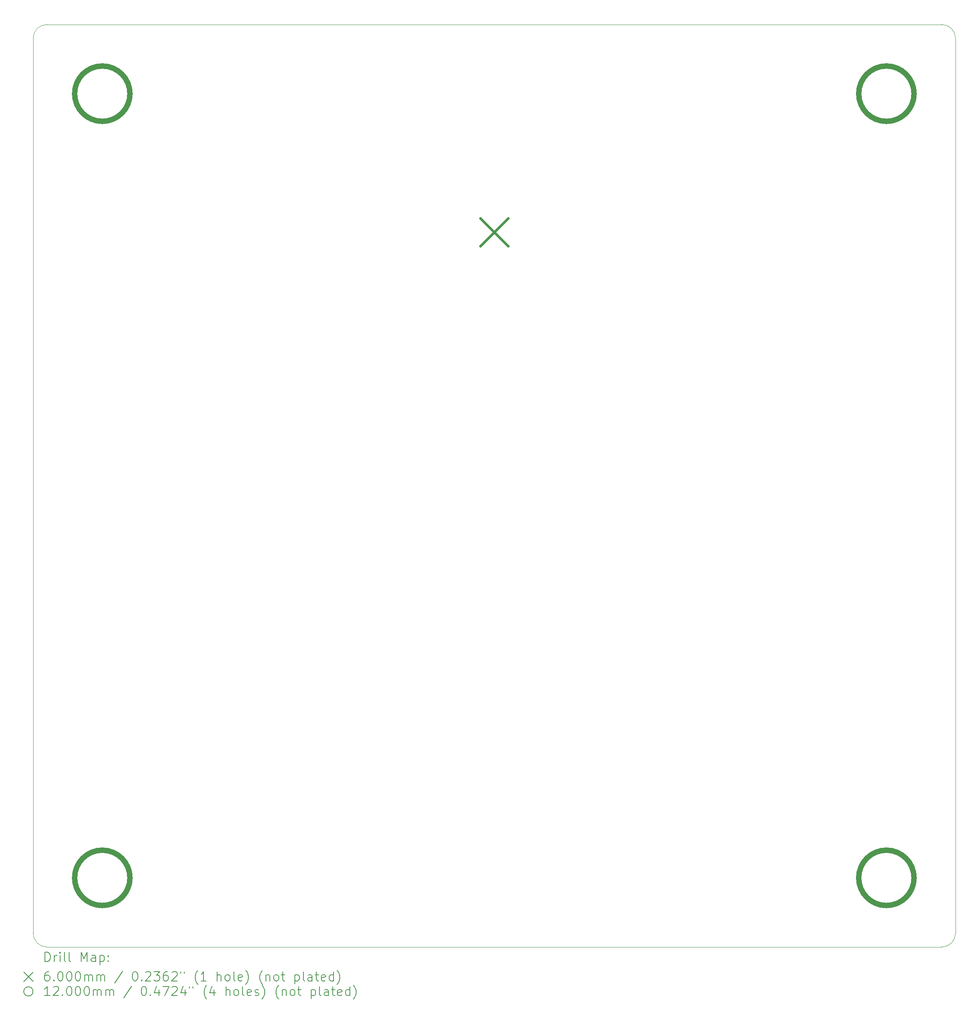
<source format=gbr>
%TF.GenerationSoftware,KiCad,Pcbnew,7.0.6*%
%TF.CreationDate,2023-10-21T01:19:05+00:00*%
%TF.ProjectId,HeatedBedFoil,48656174-6564-4426-9564-466f696c2e6b,rev?*%
%TF.SameCoordinates,Original*%
%TF.FileFunction,Drillmap*%
%TF.FilePolarity,Positive*%
%FSLAX45Y45*%
G04 Gerber Fmt 4.5, Leading zero omitted, Abs format (unit mm)*
G04 Created by KiCad (PCBNEW 7.0.6) date 2023-10-21 01:19:05*
%MOMM*%
%LPD*%
G01*
G04 APERTURE LIST*
%ADD10C,0.050000*%
%ADD11C,0.200000*%
%ADD12C,0.600000*%
%ADD13C,1.200000*%
G04 APERTURE END LIST*
D10*
X4300000Y-4000000D02*
G75*
G03*
X4000000Y-4300000I0J-300000D01*
G01*
X23700000Y-24000000D02*
X4300000Y-24000000D01*
X24000000Y-4300000D02*
X24000000Y-23700000D01*
X24000000Y-4300000D02*
G75*
G03*
X23700000Y-4000000I-300000J0D01*
G01*
X4000000Y-23700000D02*
G75*
G03*
X4300000Y-24000000I300000J0D01*
G01*
X4000000Y-23700000D02*
X4000000Y-4300000D01*
X23700000Y-24000000D02*
G75*
G03*
X24000000Y-23700000I0J300000D01*
G01*
X4300000Y-4000000D02*
X23700000Y-4000000D01*
D11*
D12*
X13700000Y-8200000D02*
X14300000Y-8800000D01*
X14300000Y-8200000D02*
X13700000Y-8800000D01*
D13*
X6100000Y-5500000D02*
G75*
G03*
X6100000Y-5500000I-600000J0D01*
G01*
X6100000Y-22500000D02*
G75*
G03*
X6100000Y-22500000I-600000J0D01*
G01*
X23100000Y-5500000D02*
G75*
G03*
X23100000Y-5500000I-600000J0D01*
G01*
X23100000Y-22500000D02*
G75*
G03*
X23100000Y-22500000I-600000J0D01*
G01*
D11*
X4258277Y-24313984D02*
X4258277Y-24113984D01*
X4258277Y-24113984D02*
X4305896Y-24113984D01*
X4305896Y-24113984D02*
X4334467Y-24123508D01*
X4334467Y-24123508D02*
X4353515Y-24142555D01*
X4353515Y-24142555D02*
X4363039Y-24161603D01*
X4363039Y-24161603D02*
X4372563Y-24199698D01*
X4372563Y-24199698D02*
X4372563Y-24228269D01*
X4372563Y-24228269D02*
X4363039Y-24266365D01*
X4363039Y-24266365D02*
X4353515Y-24285412D01*
X4353515Y-24285412D02*
X4334467Y-24304460D01*
X4334467Y-24304460D02*
X4305896Y-24313984D01*
X4305896Y-24313984D02*
X4258277Y-24313984D01*
X4458277Y-24313984D02*
X4458277Y-24180650D01*
X4458277Y-24218746D02*
X4467801Y-24199698D01*
X4467801Y-24199698D02*
X4477324Y-24190174D01*
X4477324Y-24190174D02*
X4496372Y-24180650D01*
X4496372Y-24180650D02*
X4515420Y-24180650D01*
X4582086Y-24313984D02*
X4582086Y-24180650D01*
X4582086Y-24113984D02*
X4572563Y-24123508D01*
X4572563Y-24123508D02*
X4582086Y-24133031D01*
X4582086Y-24133031D02*
X4591610Y-24123508D01*
X4591610Y-24123508D02*
X4582086Y-24113984D01*
X4582086Y-24113984D02*
X4582086Y-24133031D01*
X4705896Y-24313984D02*
X4686848Y-24304460D01*
X4686848Y-24304460D02*
X4677324Y-24285412D01*
X4677324Y-24285412D02*
X4677324Y-24113984D01*
X4810658Y-24313984D02*
X4791610Y-24304460D01*
X4791610Y-24304460D02*
X4782086Y-24285412D01*
X4782086Y-24285412D02*
X4782086Y-24113984D01*
X5039229Y-24313984D02*
X5039229Y-24113984D01*
X5039229Y-24113984D02*
X5105896Y-24256841D01*
X5105896Y-24256841D02*
X5172563Y-24113984D01*
X5172563Y-24113984D02*
X5172563Y-24313984D01*
X5353515Y-24313984D02*
X5353515Y-24209222D01*
X5353515Y-24209222D02*
X5343991Y-24190174D01*
X5343991Y-24190174D02*
X5324944Y-24180650D01*
X5324944Y-24180650D02*
X5286848Y-24180650D01*
X5286848Y-24180650D02*
X5267801Y-24190174D01*
X5353515Y-24304460D02*
X5334467Y-24313984D01*
X5334467Y-24313984D02*
X5286848Y-24313984D01*
X5286848Y-24313984D02*
X5267801Y-24304460D01*
X5267801Y-24304460D02*
X5258277Y-24285412D01*
X5258277Y-24285412D02*
X5258277Y-24266365D01*
X5258277Y-24266365D02*
X5267801Y-24247317D01*
X5267801Y-24247317D02*
X5286848Y-24237793D01*
X5286848Y-24237793D02*
X5334467Y-24237793D01*
X5334467Y-24237793D02*
X5353515Y-24228269D01*
X5448753Y-24180650D02*
X5448753Y-24380650D01*
X5448753Y-24190174D02*
X5467801Y-24180650D01*
X5467801Y-24180650D02*
X5505896Y-24180650D01*
X5505896Y-24180650D02*
X5524944Y-24190174D01*
X5524944Y-24190174D02*
X5534467Y-24199698D01*
X5534467Y-24199698D02*
X5543991Y-24218746D01*
X5543991Y-24218746D02*
X5543991Y-24275888D01*
X5543991Y-24275888D02*
X5534467Y-24294936D01*
X5534467Y-24294936D02*
X5524944Y-24304460D01*
X5524944Y-24304460D02*
X5505896Y-24313984D01*
X5505896Y-24313984D02*
X5467801Y-24313984D01*
X5467801Y-24313984D02*
X5448753Y-24304460D01*
X5629705Y-24294936D02*
X5639229Y-24304460D01*
X5639229Y-24304460D02*
X5629705Y-24313984D01*
X5629705Y-24313984D02*
X5620182Y-24304460D01*
X5620182Y-24304460D02*
X5629705Y-24294936D01*
X5629705Y-24294936D02*
X5629705Y-24313984D01*
X5629705Y-24190174D02*
X5639229Y-24199698D01*
X5639229Y-24199698D02*
X5629705Y-24209222D01*
X5629705Y-24209222D02*
X5620182Y-24199698D01*
X5620182Y-24199698D02*
X5629705Y-24190174D01*
X5629705Y-24190174D02*
X5629705Y-24209222D01*
X3797500Y-24542500D02*
X3997500Y-24742500D01*
X3997500Y-24542500D02*
X3797500Y-24742500D01*
X4343991Y-24533984D02*
X4305896Y-24533984D01*
X4305896Y-24533984D02*
X4286848Y-24543508D01*
X4286848Y-24543508D02*
X4277324Y-24553031D01*
X4277324Y-24553031D02*
X4258277Y-24581603D01*
X4258277Y-24581603D02*
X4248753Y-24619698D01*
X4248753Y-24619698D02*
X4248753Y-24695888D01*
X4248753Y-24695888D02*
X4258277Y-24714936D01*
X4258277Y-24714936D02*
X4267801Y-24724460D01*
X4267801Y-24724460D02*
X4286848Y-24733984D01*
X4286848Y-24733984D02*
X4324944Y-24733984D01*
X4324944Y-24733984D02*
X4343991Y-24724460D01*
X4343991Y-24724460D02*
X4353515Y-24714936D01*
X4353515Y-24714936D02*
X4363039Y-24695888D01*
X4363039Y-24695888D02*
X4363039Y-24648269D01*
X4363039Y-24648269D02*
X4353515Y-24629222D01*
X4353515Y-24629222D02*
X4343991Y-24619698D01*
X4343991Y-24619698D02*
X4324944Y-24610174D01*
X4324944Y-24610174D02*
X4286848Y-24610174D01*
X4286848Y-24610174D02*
X4267801Y-24619698D01*
X4267801Y-24619698D02*
X4258277Y-24629222D01*
X4258277Y-24629222D02*
X4248753Y-24648269D01*
X4448753Y-24714936D02*
X4458277Y-24724460D01*
X4458277Y-24724460D02*
X4448753Y-24733984D01*
X4448753Y-24733984D02*
X4439229Y-24724460D01*
X4439229Y-24724460D02*
X4448753Y-24714936D01*
X4448753Y-24714936D02*
X4448753Y-24733984D01*
X4582086Y-24533984D02*
X4601134Y-24533984D01*
X4601134Y-24533984D02*
X4620182Y-24543508D01*
X4620182Y-24543508D02*
X4629705Y-24553031D01*
X4629705Y-24553031D02*
X4639229Y-24572079D01*
X4639229Y-24572079D02*
X4648753Y-24610174D01*
X4648753Y-24610174D02*
X4648753Y-24657793D01*
X4648753Y-24657793D02*
X4639229Y-24695888D01*
X4639229Y-24695888D02*
X4629705Y-24714936D01*
X4629705Y-24714936D02*
X4620182Y-24724460D01*
X4620182Y-24724460D02*
X4601134Y-24733984D01*
X4601134Y-24733984D02*
X4582086Y-24733984D01*
X4582086Y-24733984D02*
X4563039Y-24724460D01*
X4563039Y-24724460D02*
X4553515Y-24714936D01*
X4553515Y-24714936D02*
X4543991Y-24695888D01*
X4543991Y-24695888D02*
X4534467Y-24657793D01*
X4534467Y-24657793D02*
X4534467Y-24610174D01*
X4534467Y-24610174D02*
X4543991Y-24572079D01*
X4543991Y-24572079D02*
X4553515Y-24553031D01*
X4553515Y-24553031D02*
X4563039Y-24543508D01*
X4563039Y-24543508D02*
X4582086Y-24533984D01*
X4772563Y-24533984D02*
X4791610Y-24533984D01*
X4791610Y-24533984D02*
X4810658Y-24543508D01*
X4810658Y-24543508D02*
X4820182Y-24553031D01*
X4820182Y-24553031D02*
X4829705Y-24572079D01*
X4829705Y-24572079D02*
X4839229Y-24610174D01*
X4839229Y-24610174D02*
X4839229Y-24657793D01*
X4839229Y-24657793D02*
X4829705Y-24695888D01*
X4829705Y-24695888D02*
X4820182Y-24714936D01*
X4820182Y-24714936D02*
X4810658Y-24724460D01*
X4810658Y-24724460D02*
X4791610Y-24733984D01*
X4791610Y-24733984D02*
X4772563Y-24733984D01*
X4772563Y-24733984D02*
X4753515Y-24724460D01*
X4753515Y-24724460D02*
X4743991Y-24714936D01*
X4743991Y-24714936D02*
X4734467Y-24695888D01*
X4734467Y-24695888D02*
X4724944Y-24657793D01*
X4724944Y-24657793D02*
X4724944Y-24610174D01*
X4724944Y-24610174D02*
X4734467Y-24572079D01*
X4734467Y-24572079D02*
X4743991Y-24553031D01*
X4743991Y-24553031D02*
X4753515Y-24543508D01*
X4753515Y-24543508D02*
X4772563Y-24533984D01*
X4963039Y-24533984D02*
X4982086Y-24533984D01*
X4982086Y-24533984D02*
X5001134Y-24543508D01*
X5001134Y-24543508D02*
X5010658Y-24553031D01*
X5010658Y-24553031D02*
X5020182Y-24572079D01*
X5020182Y-24572079D02*
X5029705Y-24610174D01*
X5029705Y-24610174D02*
X5029705Y-24657793D01*
X5029705Y-24657793D02*
X5020182Y-24695888D01*
X5020182Y-24695888D02*
X5010658Y-24714936D01*
X5010658Y-24714936D02*
X5001134Y-24724460D01*
X5001134Y-24724460D02*
X4982086Y-24733984D01*
X4982086Y-24733984D02*
X4963039Y-24733984D01*
X4963039Y-24733984D02*
X4943991Y-24724460D01*
X4943991Y-24724460D02*
X4934467Y-24714936D01*
X4934467Y-24714936D02*
X4924944Y-24695888D01*
X4924944Y-24695888D02*
X4915420Y-24657793D01*
X4915420Y-24657793D02*
X4915420Y-24610174D01*
X4915420Y-24610174D02*
X4924944Y-24572079D01*
X4924944Y-24572079D02*
X4934467Y-24553031D01*
X4934467Y-24553031D02*
X4943991Y-24543508D01*
X4943991Y-24543508D02*
X4963039Y-24533984D01*
X5115420Y-24733984D02*
X5115420Y-24600650D01*
X5115420Y-24619698D02*
X5124944Y-24610174D01*
X5124944Y-24610174D02*
X5143991Y-24600650D01*
X5143991Y-24600650D02*
X5172563Y-24600650D01*
X5172563Y-24600650D02*
X5191610Y-24610174D01*
X5191610Y-24610174D02*
X5201134Y-24629222D01*
X5201134Y-24629222D02*
X5201134Y-24733984D01*
X5201134Y-24629222D02*
X5210658Y-24610174D01*
X5210658Y-24610174D02*
X5229705Y-24600650D01*
X5229705Y-24600650D02*
X5258277Y-24600650D01*
X5258277Y-24600650D02*
X5277325Y-24610174D01*
X5277325Y-24610174D02*
X5286848Y-24629222D01*
X5286848Y-24629222D02*
X5286848Y-24733984D01*
X5382086Y-24733984D02*
X5382086Y-24600650D01*
X5382086Y-24619698D02*
X5391610Y-24610174D01*
X5391610Y-24610174D02*
X5410658Y-24600650D01*
X5410658Y-24600650D02*
X5439229Y-24600650D01*
X5439229Y-24600650D02*
X5458277Y-24610174D01*
X5458277Y-24610174D02*
X5467801Y-24629222D01*
X5467801Y-24629222D02*
X5467801Y-24733984D01*
X5467801Y-24629222D02*
X5477325Y-24610174D01*
X5477325Y-24610174D02*
X5496372Y-24600650D01*
X5496372Y-24600650D02*
X5524944Y-24600650D01*
X5524944Y-24600650D02*
X5543991Y-24610174D01*
X5543991Y-24610174D02*
X5553515Y-24629222D01*
X5553515Y-24629222D02*
X5553515Y-24733984D01*
X5943991Y-24524460D02*
X5772563Y-24781603D01*
X6201134Y-24533984D02*
X6220182Y-24533984D01*
X6220182Y-24533984D02*
X6239229Y-24543508D01*
X6239229Y-24543508D02*
X6248753Y-24553031D01*
X6248753Y-24553031D02*
X6258277Y-24572079D01*
X6258277Y-24572079D02*
X6267801Y-24610174D01*
X6267801Y-24610174D02*
X6267801Y-24657793D01*
X6267801Y-24657793D02*
X6258277Y-24695888D01*
X6258277Y-24695888D02*
X6248753Y-24714936D01*
X6248753Y-24714936D02*
X6239229Y-24724460D01*
X6239229Y-24724460D02*
X6220182Y-24733984D01*
X6220182Y-24733984D02*
X6201134Y-24733984D01*
X6201134Y-24733984D02*
X6182086Y-24724460D01*
X6182086Y-24724460D02*
X6172563Y-24714936D01*
X6172563Y-24714936D02*
X6163039Y-24695888D01*
X6163039Y-24695888D02*
X6153515Y-24657793D01*
X6153515Y-24657793D02*
X6153515Y-24610174D01*
X6153515Y-24610174D02*
X6163039Y-24572079D01*
X6163039Y-24572079D02*
X6172563Y-24553031D01*
X6172563Y-24553031D02*
X6182086Y-24543508D01*
X6182086Y-24543508D02*
X6201134Y-24533984D01*
X6353515Y-24714936D02*
X6363039Y-24724460D01*
X6363039Y-24724460D02*
X6353515Y-24733984D01*
X6353515Y-24733984D02*
X6343991Y-24724460D01*
X6343991Y-24724460D02*
X6353515Y-24714936D01*
X6353515Y-24714936D02*
X6353515Y-24733984D01*
X6439229Y-24553031D02*
X6448753Y-24543508D01*
X6448753Y-24543508D02*
X6467801Y-24533984D01*
X6467801Y-24533984D02*
X6515420Y-24533984D01*
X6515420Y-24533984D02*
X6534467Y-24543508D01*
X6534467Y-24543508D02*
X6543991Y-24553031D01*
X6543991Y-24553031D02*
X6553515Y-24572079D01*
X6553515Y-24572079D02*
X6553515Y-24591127D01*
X6553515Y-24591127D02*
X6543991Y-24619698D01*
X6543991Y-24619698D02*
X6429706Y-24733984D01*
X6429706Y-24733984D02*
X6553515Y-24733984D01*
X6620182Y-24533984D02*
X6743991Y-24533984D01*
X6743991Y-24533984D02*
X6677325Y-24610174D01*
X6677325Y-24610174D02*
X6705896Y-24610174D01*
X6705896Y-24610174D02*
X6724944Y-24619698D01*
X6724944Y-24619698D02*
X6734467Y-24629222D01*
X6734467Y-24629222D02*
X6743991Y-24648269D01*
X6743991Y-24648269D02*
X6743991Y-24695888D01*
X6743991Y-24695888D02*
X6734467Y-24714936D01*
X6734467Y-24714936D02*
X6724944Y-24724460D01*
X6724944Y-24724460D02*
X6705896Y-24733984D01*
X6705896Y-24733984D02*
X6648753Y-24733984D01*
X6648753Y-24733984D02*
X6629706Y-24724460D01*
X6629706Y-24724460D02*
X6620182Y-24714936D01*
X6915420Y-24533984D02*
X6877325Y-24533984D01*
X6877325Y-24533984D02*
X6858277Y-24543508D01*
X6858277Y-24543508D02*
X6848753Y-24553031D01*
X6848753Y-24553031D02*
X6829706Y-24581603D01*
X6829706Y-24581603D02*
X6820182Y-24619698D01*
X6820182Y-24619698D02*
X6820182Y-24695888D01*
X6820182Y-24695888D02*
X6829706Y-24714936D01*
X6829706Y-24714936D02*
X6839229Y-24724460D01*
X6839229Y-24724460D02*
X6858277Y-24733984D01*
X6858277Y-24733984D02*
X6896372Y-24733984D01*
X6896372Y-24733984D02*
X6915420Y-24724460D01*
X6915420Y-24724460D02*
X6924944Y-24714936D01*
X6924944Y-24714936D02*
X6934467Y-24695888D01*
X6934467Y-24695888D02*
X6934467Y-24648269D01*
X6934467Y-24648269D02*
X6924944Y-24629222D01*
X6924944Y-24629222D02*
X6915420Y-24619698D01*
X6915420Y-24619698D02*
X6896372Y-24610174D01*
X6896372Y-24610174D02*
X6858277Y-24610174D01*
X6858277Y-24610174D02*
X6839229Y-24619698D01*
X6839229Y-24619698D02*
X6829706Y-24629222D01*
X6829706Y-24629222D02*
X6820182Y-24648269D01*
X7010658Y-24553031D02*
X7020182Y-24543508D01*
X7020182Y-24543508D02*
X7039229Y-24533984D01*
X7039229Y-24533984D02*
X7086848Y-24533984D01*
X7086848Y-24533984D02*
X7105896Y-24543508D01*
X7105896Y-24543508D02*
X7115420Y-24553031D01*
X7115420Y-24553031D02*
X7124944Y-24572079D01*
X7124944Y-24572079D02*
X7124944Y-24591127D01*
X7124944Y-24591127D02*
X7115420Y-24619698D01*
X7115420Y-24619698D02*
X7001134Y-24733984D01*
X7001134Y-24733984D02*
X7124944Y-24733984D01*
X7201134Y-24533984D02*
X7201134Y-24572079D01*
X7277325Y-24533984D02*
X7277325Y-24572079D01*
X7572563Y-24810174D02*
X7563039Y-24800650D01*
X7563039Y-24800650D02*
X7543991Y-24772079D01*
X7543991Y-24772079D02*
X7534468Y-24753031D01*
X7534468Y-24753031D02*
X7524944Y-24724460D01*
X7524944Y-24724460D02*
X7515420Y-24676841D01*
X7515420Y-24676841D02*
X7515420Y-24638746D01*
X7515420Y-24638746D02*
X7524944Y-24591127D01*
X7524944Y-24591127D02*
X7534468Y-24562555D01*
X7534468Y-24562555D02*
X7543991Y-24543508D01*
X7543991Y-24543508D02*
X7563039Y-24514936D01*
X7563039Y-24514936D02*
X7572563Y-24505412D01*
X7753515Y-24733984D02*
X7639229Y-24733984D01*
X7696372Y-24733984D02*
X7696372Y-24533984D01*
X7696372Y-24533984D02*
X7677325Y-24562555D01*
X7677325Y-24562555D02*
X7658277Y-24581603D01*
X7658277Y-24581603D02*
X7639229Y-24591127D01*
X7991610Y-24733984D02*
X7991610Y-24533984D01*
X8077325Y-24733984D02*
X8077325Y-24629222D01*
X8077325Y-24629222D02*
X8067801Y-24610174D01*
X8067801Y-24610174D02*
X8048753Y-24600650D01*
X8048753Y-24600650D02*
X8020182Y-24600650D01*
X8020182Y-24600650D02*
X8001134Y-24610174D01*
X8001134Y-24610174D02*
X7991610Y-24619698D01*
X8201134Y-24733984D02*
X8182087Y-24724460D01*
X8182087Y-24724460D02*
X8172563Y-24714936D01*
X8172563Y-24714936D02*
X8163039Y-24695888D01*
X8163039Y-24695888D02*
X8163039Y-24638746D01*
X8163039Y-24638746D02*
X8172563Y-24619698D01*
X8172563Y-24619698D02*
X8182087Y-24610174D01*
X8182087Y-24610174D02*
X8201134Y-24600650D01*
X8201134Y-24600650D02*
X8229706Y-24600650D01*
X8229706Y-24600650D02*
X8248753Y-24610174D01*
X8248753Y-24610174D02*
X8258277Y-24619698D01*
X8258277Y-24619698D02*
X8267801Y-24638746D01*
X8267801Y-24638746D02*
X8267801Y-24695888D01*
X8267801Y-24695888D02*
X8258277Y-24714936D01*
X8258277Y-24714936D02*
X8248753Y-24724460D01*
X8248753Y-24724460D02*
X8229706Y-24733984D01*
X8229706Y-24733984D02*
X8201134Y-24733984D01*
X8382087Y-24733984D02*
X8363039Y-24724460D01*
X8363039Y-24724460D02*
X8353515Y-24705412D01*
X8353515Y-24705412D02*
X8353515Y-24533984D01*
X8534468Y-24724460D02*
X8515420Y-24733984D01*
X8515420Y-24733984D02*
X8477325Y-24733984D01*
X8477325Y-24733984D02*
X8458277Y-24724460D01*
X8458277Y-24724460D02*
X8448753Y-24705412D01*
X8448753Y-24705412D02*
X8448753Y-24629222D01*
X8448753Y-24629222D02*
X8458277Y-24610174D01*
X8458277Y-24610174D02*
X8477325Y-24600650D01*
X8477325Y-24600650D02*
X8515420Y-24600650D01*
X8515420Y-24600650D02*
X8534468Y-24610174D01*
X8534468Y-24610174D02*
X8543992Y-24629222D01*
X8543992Y-24629222D02*
X8543992Y-24648269D01*
X8543992Y-24648269D02*
X8448753Y-24667317D01*
X8610658Y-24810174D02*
X8620182Y-24800650D01*
X8620182Y-24800650D02*
X8639230Y-24772079D01*
X8639230Y-24772079D02*
X8648753Y-24753031D01*
X8648753Y-24753031D02*
X8658277Y-24724460D01*
X8658277Y-24724460D02*
X8667801Y-24676841D01*
X8667801Y-24676841D02*
X8667801Y-24638746D01*
X8667801Y-24638746D02*
X8658277Y-24591127D01*
X8658277Y-24591127D02*
X8648753Y-24562555D01*
X8648753Y-24562555D02*
X8639230Y-24543508D01*
X8639230Y-24543508D02*
X8620182Y-24514936D01*
X8620182Y-24514936D02*
X8610658Y-24505412D01*
X8972563Y-24810174D02*
X8963039Y-24800650D01*
X8963039Y-24800650D02*
X8943992Y-24772079D01*
X8943992Y-24772079D02*
X8934468Y-24753031D01*
X8934468Y-24753031D02*
X8924944Y-24724460D01*
X8924944Y-24724460D02*
X8915420Y-24676841D01*
X8915420Y-24676841D02*
X8915420Y-24638746D01*
X8915420Y-24638746D02*
X8924944Y-24591127D01*
X8924944Y-24591127D02*
X8934468Y-24562555D01*
X8934468Y-24562555D02*
X8943992Y-24543508D01*
X8943992Y-24543508D02*
X8963039Y-24514936D01*
X8963039Y-24514936D02*
X8972563Y-24505412D01*
X9048753Y-24600650D02*
X9048753Y-24733984D01*
X9048753Y-24619698D02*
X9058277Y-24610174D01*
X9058277Y-24610174D02*
X9077325Y-24600650D01*
X9077325Y-24600650D02*
X9105896Y-24600650D01*
X9105896Y-24600650D02*
X9124944Y-24610174D01*
X9124944Y-24610174D02*
X9134468Y-24629222D01*
X9134468Y-24629222D02*
X9134468Y-24733984D01*
X9258277Y-24733984D02*
X9239230Y-24724460D01*
X9239230Y-24724460D02*
X9229706Y-24714936D01*
X9229706Y-24714936D02*
X9220182Y-24695888D01*
X9220182Y-24695888D02*
X9220182Y-24638746D01*
X9220182Y-24638746D02*
X9229706Y-24619698D01*
X9229706Y-24619698D02*
X9239230Y-24610174D01*
X9239230Y-24610174D02*
X9258277Y-24600650D01*
X9258277Y-24600650D02*
X9286849Y-24600650D01*
X9286849Y-24600650D02*
X9305896Y-24610174D01*
X9305896Y-24610174D02*
X9315420Y-24619698D01*
X9315420Y-24619698D02*
X9324944Y-24638746D01*
X9324944Y-24638746D02*
X9324944Y-24695888D01*
X9324944Y-24695888D02*
X9315420Y-24714936D01*
X9315420Y-24714936D02*
X9305896Y-24724460D01*
X9305896Y-24724460D02*
X9286849Y-24733984D01*
X9286849Y-24733984D02*
X9258277Y-24733984D01*
X9382087Y-24600650D02*
X9458277Y-24600650D01*
X9410658Y-24533984D02*
X9410658Y-24705412D01*
X9410658Y-24705412D02*
X9420182Y-24724460D01*
X9420182Y-24724460D02*
X9439230Y-24733984D01*
X9439230Y-24733984D02*
X9458277Y-24733984D01*
X9677325Y-24600650D02*
X9677325Y-24800650D01*
X9677325Y-24610174D02*
X9696373Y-24600650D01*
X9696373Y-24600650D02*
X9734468Y-24600650D01*
X9734468Y-24600650D02*
X9753515Y-24610174D01*
X9753515Y-24610174D02*
X9763039Y-24619698D01*
X9763039Y-24619698D02*
X9772563Y-24638746D01*
X9772563Y-24638746D02*
X9772563Y-24695888D01*
X9772563Y-24695888D02*
X9763039Y-24714936D01*
X9763039Y-24714936D02*
X9753515Y-24724460D01*
X9753515Y-24724460D02*
X9734468Y-24733984D01*
X9734468Y-24733984D02*
X9696373Y-24733984D01*
X9696373Y-24733984D02*
X9677325Y-24724460D01*
X9886849Y-24733984D02*
X9867801Y-24724460D01*
X9867801Y-24724460D02*
X9858277Y-24705412D01*
X9858277Y-24705412D02*
X9858277Y-24533984D01*
X10048754Y-24733984D02*
X10048754Y-24629222D01*
X10048754Y-24629222D02*
X10039230Y-24610174D01*
X10039230Y-24610174D02*
X10020182Y-24600650D01*
X10020182Y-24600650D02*
X9982087Y-24600650D01*
X9982087Y-24600650D02*
X9963039Y-24610174D01*
X10048754Y-24724460D02*
X10029706Y-24733984D01*
X10029706Y-24733984D02*
X9982087Y-24733984D01*
X9982087Y-24733984D02*
X9963039Y-24724460D01*
X9963039Y-24724460D02*
X9953515Y-24705412D01*
X9953515Y-24705412D02*
X9953515Y-24686365D01*
X9953515Y-24686365D02*
X9963039Y-24667317D01*
X9963039Y-24667317D02*
X9982087Y-24657793D01*
X9982087Y-24657793D02*
X10029706Y-24657793D01*
X10029706Y-24657793D02*
X10048754Y-24648269D01*
X10115420Y-24600650D02*
X10191611Y-24600650D01*
X10143992Y-24533984D02*
X10143992Y-24705412D01*
X10143992Y-24705412D02*
X10153515Y-24724460D01*
X10153515Y-24724460D02*
X10172563Y-24733984D01*
X10172563Y-24733984D02*
X10191611Y-24733984D01*
X10334468Y-24724460D02*
X10315420Y-24733984D01*
X10315420Y-24733984D02*
X10277325Y-24733984D01*
X10277325Y-24733984D02*
X10258277Y-24724460D01*
X10258277Y-24724460D02*
X10248754Y-24705412D01*
X10248754Y-24705412D02*
X10248754Y-24629222D01*
X10248754Y-24629222D02*
X10258277Y-24610174D01*
X10258277Y-24610174D02*
X10277325Y-24600650D01*
X10277325Y-24600650D02*
X10315420Y-24600650D01*
X10315420Y-24600650D02*
X10334468Y-24610174D01*
X10334468Y-24610174D02*
X10343992Y-24629222D01*
X10343992Y-24629222D02*
X10343992Y-24648269D01*
X10343992Y-24648269D02*
X10248754Y-24667317D01*
X10515420Y-24733984D02*
X10515420Y-24533984D01*
X10515420Y-24724460D02*
X10496373Y-24733984D01*
X10496373Y-24733984D02*
X10458277Y-24733984D01*
X10458277Y-24733984D02*
X10439230Y-24724460D01*
X10439230Y-24724460D02*
X10429706Y-24714936D01*
X10429706Y-24714936D02*
X10420182Y-24695888D01*
X10420182Y-24695888D02*
X10420182Y-24638746D01*
X10420182Y-24638746D02*
X10429706Y-24619698D01*
X10429706Y-24619698D02*
X10439230Y-24610174D01*
X10439230Y-24610174D02*
X10458277Y-24600650D01*
X10458277Y-24600650D02*
X10496373Y-24600650D01*
X10496373Y-24600650D02*
X10515420Y-24610174D01*
X10591611Y-24810174D02*
X10601135Y-24800650D01*
X10601135Y-24800650D02*
X10620182Y-24772079D01*
X10620182Y-24772079D02*
X10629706Y-24753031D01*
X10629706Y-24753031D02*
X10639230Y-24724460D01*
X10639230Y-24724460D02*
X10648754Y-24676841D01*
X10648754Y-24676841D02*
X10648754Y-24638746D01*
X10648754Y-24638746D02*
X10639230Y-24591127D01*
X10639230Y-24591127D02*
X10629706Y-24562555D01*
X10629706Y-24562555D02*
X10620182Y-24543508D01*
X10620182Y-24543508D02*
X10601135Y-24514936D01*
X10601135Y-24514936D02*
X10591611Y-24505412D01*
X3997500Y-24962500D02*
G75*
G03*
X3997500Y-24962500I-100000J0D01*
G01*
X4363039Y-25053984D02*
X4248753Y-25053984D01*
X4305896Y-25053984D02*
X4305896Y-24853984D01*
X4305896Y-24853984D02*
X4286848Y-24882555D01*
X4286848Y-24882555D02*
X4267801Y-24901603D01*
X4267801Y-24901603D02*
X4248753Y-24911127D01*
X4439229Y-24873031D02*
X4448753Y-24863508D01*
X4448753Y-24863508D02*
X4467801Y-24853984D01*
X4467801Y-24853984D02*
X4515420Y-24853984D01*
X4515420Y-24853984D02*
X4534467Y-24863508D01*
X4534467Y-24863508D02*
X4543991Y-24873031D01*
X4543991Y-24873031D02*
X4553515Y-24892079D01*
X4553515Y-24892079D02*
X4553515Y-24911127D01*
X4553515Y-24911127D02*
X4543991Y-24939698D01*
X4543991Y-24939698D02*
X4429705Y-25053984D01*
X4429705Y-25053984D02*
X4553515Y-25053984D01*
X4639229Y-25034936D02*
X4648753Y-25044460D01*
X4648753Y-25044460D02*
X4639229Y-25053984D01*
X4639229Y-25053984D02*
X4629705Y-25044460D01*
X4629705Y-25044460D02*
X4639229Y-25034936D01*
X4639229Y-25034936D02*
X4639229Y-25053984D01*
X4772563Y-24853984D02*
X4791610Y-24853984D01*
X4791610Y-24853984D02*
X4810658Y-24863508D01*
X4810658Y-24863508D02*
X4820182Y-24873031D01*
X4820182Y-24873031D02*
X4829705Y-24892079D01*
X4829705Y-24892079D02*
X4839229Y-24930174D01*
X4839229Y-24930174D02*
X4839229Y-24977793D01*
X4839229Y-24977793D02*
X4829705Y-25015888D01*
X4829705Y-25015888D02*
X4820182Y-25034936D01*
X4820182Y-25034936D02*
X4810658Y-25044460D01*
X4810658Y-25044460D02*
X4791610Y-25053984D01*
X4791610Y-25053984D02*
X4772563Y-25053984D01*
X4772563Y-25053984D02*
X4753515Y-25044460D01*
X4753515Y-25044460D02*
X4743991Y-25034936D01*
X4743991Y-25034936D02*
X4734467Y-25015888D01*
X4734467Y-25015888D02*
X4724944Y-24977793D01*
X4724944Y-24977793D02*
X4724944Y-24930174D01*
X4724944Y-24930174D02*
X4734467Y-24892079D01*
X4734467Y-24892079D02*
X4743991Y-24873031D01*
X4743991Y-24873031D02*
X4753515Y-24863508D01*
X4753515Y-24863508D02*
X4772563Y-24853984D01*
X4963039Y-24853984D02*
X4982086Y-24853984D01*
X4982086Y-24853984D02*
X5001134Y-24863508D01*
X5001134Y-24863508D02*
X5010658Y-24873031D01*
X5010658Y-24873031D02*
X5020182Y-24892079D01*
X5020182Y-24892079D02*
X5029705Y-24930174D01*
X5029705Y-24930174D02*
X5029705Y-24977793D01*
X5029705Y-24977793D02*
X5020182Y-25015888D01*
X5020182Y-25015888D02*
X5010658Y-25034936D01*
X5010658Y-25034936D02*
X5001134Y-25044460D01*
X5001134Y-25044460D02*
X4982086Y-25053984D01*
X4982086Y-25053984D02*
X4963039Y-25053984D01*
X4963039Y-25053984D02*
X4943991Y-25044460D01*
X4943991Y-25044460D02*
X4934467Y-25034936D01*
X4934467Y-25034936D02*
X4924944Y-25015888D01*
X4924944Y-25015888D02*
X4915420Y-24977793D01*
X4915420Y-24977793D02*
X4915420Y-24930174D01*
X4915420Y-24930174D02*
X4924944Y-24892079D01*
X4924944Y-24892079D02*
X4934467Y-24873031D01*
X4934467Y-24873031D02*
X4943991Y-24863508D01*
X4943991Y-24863508D02*
X4963039Y-24853984D01*
X5153515Y-24853984D02*
X5172563Y-24853984D01*
X5172563Y-24853984D02*
X5191610Y-24863508D01*
X5191610Y-24863508D02*
X5201134Y-24873031D01*
X5201134Y-24873031D02*
X5210658Y-24892079D01*
X5210658Y-24892079D02*
X5220182Y-24930174D01*
X5220182Y-24930174D02*
X5220182Y-24977793D01*
X5220182Y-24977793D02*
X5210658Y-25015888D01*
X5210658Y-25015888D02*
X5201134Y-25034936D01*
X5201134Y-25034936D02*
X5191610Y-25044460D01*
X5191610Y-25044460D02*
X5172563Y-25053984D01*
X5172563Y-25053984D02*
X5153515Y-25053984D01*
X5153515Y-25053984D02*
X5134467Y-25044460D01*
X5134467Y-25044460D02*
X5124944Y-25034936D01*
X5124944Y-25034936D02*
X5115420Y-25015888D01*
X5115420Y-25015888D02*
X5105896Y-24977793D01*
X5105896Y-24977793D02*
X5105896Y-24930174D01*
X5105896Y-24930174D02*
X5115420Y-24892079D01*
X5115420Y-24892079D02*
X5124944Y-24873031D01*
X5124944Y-24873031D02*
X5134467Y-24863508D01*
X5134467Y-24863508D02*
X5153515Y-24853984D01*
X5305896Y-25053984D02*
X5305896Y-24920650D01*
X5305896Y-24939698D02*
X5315420Y-24930174D01*
X5315420Y-24930174D02*
X5334467Y-24920650D01*
X5334467Y-24920650D02*
X5363039Y-24920650D01*
X5363039Y-24920650D02*
X5382086Y-24930174D01*
X5382086Y-24930174D02*
X5391610Y-24949222D01*
X5391610Y-24949222D02*
X5391610Y-25053984D01*
X5391610Y-24949222D02*
X5401134Y-24930174D01*
X5401134Y-24930174D02*
X5420182Y-24920650D01*
X5420182Y-24920650D02*
X5448753Y-24920650D01*
X5448753Y-24920650D02*
X5467801Y-24930174D01*
X5467801Y-24930174D02*
X5477325Y-24949222D01*
X5477325Y-24949222D02*
X5477325Y-25053984D01*
X5572563Y-25053984D02*
X5572563Y-24920650D01*
X5572563Y-24939698D02*
X5582086Y-24930174D01*
X5582086Y-24930174D02*
X5601134Y-24920650D01*
X5601134Y-24920650D02*
X5629705Y-24920650D01*
X5629705Y-24920650D02*
X5648753Y-24930174D01*
X5648753Y-24930174D02*
X5658277Y-24949222D01*
X5658277Y-24949222D02*
X5658277Y-25053984D01*
X5658277Y-24949222D02*
X5667801Y-24930174D01*
X5667801Y-24930174D02*
X5686848Y-24920650D01*
X5686848Y-24920650D02*
X5715420Y-24920650D01*
X5715420Y-24920650D02*
X5734467Y-24930174D01*
X5734467Y-24930174D02*
X5743991Y-24949222D01*
X5743991Y-24949222D02*
X5743991Y-25053984D01*
X6134467Y-24844460D02*
X5963039Y-25101603D01*
X6391610Y-24853984D02*
X6410658Y-24853984D01*
X6410658Y-24853984D02*
X6429706Y-24863508D01*
X6429706Y-24863508D02*
X6439229Y-24873031D01*
X6439229Y-24873031D02*
X6448753Y-24892079D01*
X6448753Y-24892079D02*
X6458277Y-24930174D01*
X6458277Y-24930174D02*
X6458277Y-24977793D01*
X6458277Y-24977793D02*
X6448753Y-25015888D01*
X6448753Y-25015888D02*
X6439229Y-25034936D01*
X6439229Y-25034936D02*
X6429706Y-25044460D01*
X6429706Y-25044460D02*
X6410658Y-25053984D01*
X6410658Y-25053984D02*
X6391610Y-25053984D01*
X6391610Y-25053984D02*
X6372563Y-25044460D01*
X6372563Y-25044460D02*
X6363039Y-25034936D01*
X6363039Y-25034936D02*
X6353515Y-25015888D01*
X6353515Y-25015888D02*
X6343991Y-24977793D01*
X6343991Y-24977793D02*
X6343991Y-24930174D01*
X6343991Y-24930174D02*
X6353515Y-24892079D01*
X6353515Y-24892079D02*
X6363039Y-24873031D01*
X6363039Y-24873031D02*
X6372563Y-24863508D01*
X6372563Y-24863508D02*
X6391610Y-24853984D01*
X6543991Y-25034936D02*
X6553515Y-25044460D01*
X6553515Y-25044460D02*
X6543991Y-25053984D01*
X6543991Y-25053984D02*
X6534467Y-25044460D01*
X6534467Y-25044460D02*
X6543991Y-25034936D01*
X6543991Y-25034936D02*
X6543991Y-25053984D01*
X6724944Y-24920650D02*
X6724944Y-25053984D01*
X6677325Y-24844460D02*
X6629706Y-24987317D01*
X6629706Y-24987317D02*
X6753515Y-24987317D01*
X6810658Y-24853984D02*
X6943991Y-24853984D01*
X6943991Y-24853984D02*
X6858277Y-25053984D01*
X7010658Y-24873031D02*
X7020182Y-24863508D01*
X7020182Y-24863508D02*
X7039229Y-24853984D01*
X7039229Y-24853984D02*
X7086848Y-24853984D01*
X7086848Y-24853984D02*
X7105896Y-24863508D01*
X7105896Y-24863508D02*
X7115420Y-24873031D01*
X7115420Y-24873031D02*
X7124944Y-24892079D01*
X7124944Y-24892079D02*
X7124944Y-24911127D01*
X7124944Y-24911127D02*
X7115420Y-24939698D01*
X7115420Y-24939698D02*
X7001134Y-25053984D01*
X7001134Y-25053984D02*
X7124944Y-25053984D01*
X7296372Y-24920650D02*
X7296372Y-25053984D01*
X7248753Y-24844460D02*
X7201134Y-24987317D01*
X7201134Y-24987317D02*
X7324944Y-24987317D01*
X7391610Y-24853984D02*
X7391610Y-24892079D01*
X7467801Y-24853984D02*
X7467801Y-24892079D01*
X7763039Y-25130174D02*
X7753515Y-25120650D01*
X7753515Y-25120650D02*
X7734468Y-25092079D01*
X7734468Y-25092079D02*
X7724944Y-25073031D01*
X7724944Y-25073031D02*
X7715420Y-25044460D01*
X7715420Y-25044460D02*
X7705896Y-24996841D01*
X7705896Y-24996841D02*
X7705896Y-24958746D01*
X7705896Y-24958746D02*
X7715420Y-24911127D01*
X7715420Y-24911127D02*
X7724944Y-24882555D01*
X7724944Y-24882555D02*
X7734468Y-24863508D01*
X7734468Y-24863508D02*
X7753515Y-24834936D01*
X7753515Y-24834936D02*
X7763039Y-24825412D01*
X7924944Y-24920650D02*
X7924944Y-25053984D01*
X7877325Y-24844460D02*
X7829706Y-24987317D01*
X7829706Y-24987317D02*
X7953515Y-24987317D01*
X8182087Y-25053984D02*
X8182087Y-24853984D01*
X8267801Y-25053984D02*
X8267801Y-24949222D01*
X8267801Y-24949222D02*
X8258277Y-24930174D01*
X8258277Y-24930174D02*
X8239230Y-24920650D01*
X8239230Y-24920650D02*
X8210658Y-24920650D01*
X8210658Y-24920650D02*
X8191610Y-24930174D01*
X8191610Y-24930174D02*
X8182087Y-24939698D01*
X8391611Y-25053984D02*
X8372563Y-25044460D01*
X8372563Y-25044460D02*
X8363039Y-25034936D01*
X8363039Y-25034936D02*
X8353515Y-25015888D01*
X8353515Y-25015888D02*
X8353515Y-24958746D01*
X8353515Y-24958746D02*
X8363039Y-24939698D01*
X8363039Y-24939698D02*
X8372563Y-24930174D01*
X8372563Y-24930174D02*
X8391611Y-24920650D01*
X8391611Y-24920650D02*
X8420182Y-24920650D01*
X8420182Y-24920650D02*
X8439230Y-24930174D01*
X8439230Y-24930174D02*
X8448753Y-24939698D01*
X8448753Y-24939698D02*
X8458277Y-24958746D01*
X8458277Y-24958746D02*
X8458277Y-25015888D01*
X8458277Y-25015888D02*
X8448753Y-25034936D01*
X8448753Y-25034936D02*
X8439230Y-25044460D01*
X8439230Y-25044460D02*
X8420182Y-25053984D01*
X8420182Y-25053984D02*
X8391611Y-25053984D01*
X8572563Y-25053984D02*
X8553515Y-25044460D01*
X8553515Y-25044460D02*
X8543992Y-25025412D01*
X8543992Y-25025412D02*
X8543992Y-24853984D01*
X8724944Y-25044460D02*
X8705896Y-25053984D01*
X8705896Y-25053984D02*
X8667801Y-25053984D01*
X8667801Y-25053984D02*
X8648753Y-25044460D01*
X8648753Y-25044460D02*
X8639230Y-25025412D01*
X8639230Y-25025412D02*
X8639230Y-24949222D01*
X8639230Y-24949222D02*
X8648753Y-24930174D01*
X8648753Y-24930174D02*
X8667801Y-24920650D01*
X8667801Y-24920650D02*
X8705896Y-24920650D01*
X8705896Y-24920650D02*
X8724944Y-24930174D01*
X8724944Y-24930174D02*
X8734468Y-24949222D01*
X8734468Y-24949222D02*
X8734468Y-24968269D01*
X8734468Y-24968269D02*
X8639230Y-24987317D01*
X8810658Y-25044460D02*
X8829706Y-25053984D01*
X8829706Y-25053984D02*
X8867801Y-25053984D01*
X8867801Y-25053984D02*
X8886849Y-25044460D01*
X8886849Y-25044460D02*
X8896373Y-25025412D01*
X8896373Y-25025412D02*
X8896373Y-25015888D01*
X8896373Y-25015888D02*
X8886849Y-24996841D01*
X8886849Y-24996841D02*
X8867801Y-24987317D01*
X8867801Y-24987317D02*
X8839230Y-24987317D01*
X8839230Y-24987317D02*
X8820182Y-24977793D01*
X8820182Y-24977793D02*
X8810658Y-24958746D01*
X8810658Y-24958746D02*
X8810658Y-24949222D01*
X8810658Y-24949222D02*
X8820182Y-24930174D01*
X8820182Y-24930174D02*
X8839230Y-24920650D01*
X8839230Y-24920650D02*
X8867801Y-24920650D01*
X8867801Y-24920650D02*
X8886849Y-24930174D01*
X8963039Y-25130174D02*
X8972563Y-25120650D01*
X8972563Y-25120650D02*
X8991611Y-25092079D01*
X8991611Y-25092079D02*
X9001134Y-25073031D01*
X9001134Y-25073031D02*
X9010658Y-25044460D01*
X9010658Y-25044460D02*
X9020182Y-24996841D01*
X9020182Y-24996841D02*
X9020182Y-24958746D01*
X9020182Y-24958746D02*
X9010658Y-24911127D01*
X9010658Y-24911127D02*
X9001134Y-24882555D01*
X9001134Y-24882555D02*
X8991611Y-24863508D01*
X8991611Y-24863508D02*
X8972563Y-24834936D01*
X8972563Y-24834936D02*
X8963039Y-24825412D01*
X9324944Y-25130174D02*
X9315420Y-25120650D01*
X9315420Y-25120650D02*
X9296373Y-25092079D01*
X9296373Y-25092079D02*
X9286849Y-25073031D01*
X9286849Y-25073031D02*
X9277325Y-25044460D01*
X9277325Y-25044460D02*
X9267801Y-24996841D01*
X9267801Y-24996841D02*
X9267801Y-24958746D01*
X9267801Y-24958746D02*
X9277325Y-24911127D01*
X9277325Y-24911127D02*
X9286849Y-24882555D01*
X9286849Y-24882555D02*
X9296373Y-24863508D01*
X9296373Y-24863508D02*
X9315420Y-24834936D01*
X9315420Y-24834936D02*
X9324944Y-24825412D01*
X9401134Y-24920650D02*
X9401134Y-25053984D01*
X9401134Y-24939698D02*
X9410658Y-24930174D01*
X9410658Y-24930174D02*
X9429706Y-24920650D01*
X9429706Y-24920650D02*
X9458277Y-24920650D01*
X9458277Y-24920650D02*
X9477325Y-24930174D01*
X9477325Y-24930174D02*
X9486849Y-24949222D01*
X9486849Y-24949222D02*
X9486849Y-25053984D01*
X9610658Y-25053984D02*
X9591611Y-25044460D01*
X9591611Y-25044460D02*
X9582087Y-25034936D01*
X9582087Y-25034936D02*
X9572563Y-25015888D01*
X9572563Y-25015888D02*
X9572563Y-24958746D01*
X9572563Y-24958746D02*
X9582087Y-24939698D01*
X9582087Y-24939698D02*
X9591611Y-24930174D01*
X9591611Y-24930174D02*
X9610658Y-24920650D01*
X9610658Y-24920650D02*
X9639230Y-24920650D01*
X9639230Y-24920650D02*
X9658277Y-24930174D01*
X9658277Y-24930174D02*
X9667801Y-24939698D01*
X9667801Y-24939698D02*
X9677325Y-24958746D01*
X9677325Y-24958746D02*
X9677325Y-25015888D01*
X9677325Y-25015888D02*
X9667801Y-25034936D01*
X9667801Y-25034936D02*
X9658277Y-25044460D01*
X9658277Y-25044460D02*
X9639230Y-25053984D01*
X9639230Y-25053984D02*
X9610658Y-25053984D01*
X9734468Y-24920650D02*
X9810658Y-24920650D01*
X9763039Y-24853984D02*
X9763039Y-25025412D01*
X9763039Y-25025412D02*
X9772563Y-25044460D01*
X9772563Y-25044460D02*
X9791611Y-25053984D01*
X9791611Y-25053984D02*
X9810658Y-25053984D01*
X10029706Y-24920650D02*
X10029706Y-25120650D01*
X10029706Y-24930174D02*
X10048754Y-24920650D01*
X10048754Y-24920650D02*
X10086849Y-24920650D01*
X10086849Y-24920650D02*
X10105896Y-24930174D01*
X10105896Y-24930174D02*
X10115420Y-24939698D01*
X10115420Y-24939698D02*
X10124944Y-24958746D01*
X10124944Y-24958746D02*
X10124944Y-25015888D01*
X10124944Y-25015888D02*
X10115420Y-25034936D01*
X10115420Y-25034936D02*
X10105896Y-25044460D01*
X10105896Y-25044460D02*
X10086849Y-25053984D01*
X10086849Y-25053984D02*
X10048754Y-25053984D01*
X10048754Y-25053984D02*
X10029706Y-25044460D01*
X10239230Y-25053984D02*
X10220182Y-25044460D01*
X10220182Y-25044460D02*
X10210658Y-25025412D01*
X10210658Y-25025412D02*
X10210658Y-24853984D01*
X10401135Y-25053984D02*
X10401135Y-24949222D01*
X10401135Y-24949222D02*
X10391611Y-24930174D01*
X10391611Y-24930174D02*
X10372563Y-24920650D01*
X10372563Y-24920650D02*
X10334468Y-24920650D01*
X10334468Y-24920650D02*
X10315420Y-24930174D01*
X10401135Y-25044460D02*
X10382087Y-25053984D01*
X10382087Y-25053984D02*
X10334468Y-25053984D01*
X10334468Y-25053984D02*
X10315420Y-25044460D01*
X10315420Y-25044460D02*
X10305896Y-25025412D01*
X10305896Y-25025412D02*
X10305896Y-25006365D01*
X10305896Y-25006365D02*
X10315420Y-24987317D01*
X10315420Y-24987317D02*
X10334468Y-24977793D01*
X10334468Y-24977793D02*
X10382087Y-24977793D01*
X10382087Y-24977793D02*
X10401135Y-24968269D01*
X10467801Y-24920650D02*
X10543992Y-24920650D01*
X10496373Y-24853984D02*
X10496373Y-25025412D01*
X10496373Y-25025412D02*
X10505896Y-25044460D01*
X10505896Y-25044460D02*
X10524944Y-25053984D01*
X10524944Y-25053984D02*
X10543992Y-25053984D01*
X10686849Y-25044460D02*
X10667801Y-25053984D01*
X10667801Y-25053984D02*
X10629706Y-25053984D01*
X10629706Y-25053984D02*
X10610658Y-25044460D01*
X10610658Y-25044460D02*
X10601135Y-25025412D01*
X10601135Y-25025412D02*
X10601135Y-24949222D01*
X10601135Y-24949222D02*
X10610658Y-24930174D01*
X10610658Y-24930174D02*
X10629706Y-24920650D01*
X10629706Y-24920650D02*
X10667801Y-24920650D01*
X10667801Y-24920650D02*
X10686849Y-24930174D01*
X10686849Y-24930174D02*
X10696373Y-24949222D01*
X10696373Y-24949222D02*
X10696373Y-24968269D01*
X10696373Y-24968269D02*
X10601135Y-24987317D01*
X10867801Y-25053984D02*
X10867801Y-24853984D01*
X10867801Y-25044460D02*
X10848754Y-25053984D01*
X10848754Y-25053984D02*
X10810658Y-25053984D01*
X10810658Y-25053984D02*
X10791611Y-25044460D01*
X10791611Y-25044460D02*
X10782087Y-25034936D01*
X10782087Y-25034936D02*
X10772563Y-25015888D01*
X10772563Y-25015888D02*
X10772563Y-24958746D01*
X10772563Y-24958746D02*
X10782087Y-24939698D01*
X10782087Y-24939698D02*
X10791611Y-24930174D01*
X10791611Y-24930174D02*
X10810658Y-24920650D01*
X10810658Y-24920650D02*
X10848754Y-24920650D01*
X10848754Y-24920650D02*
X10867801Y-24930174D01*
X10943992Y-25130174D02*
X10953516Y-25120650D01*
X10953516Y-25120650D02*
X10972563Y-25092079D01*
X10972563Y-25092079D02*
X10982087Y-25073031D01*
X10982087Y-25073031D02*
X10991611Y-25044460D01*
X10991611Y-25044460D02*
X11001135Y-24996841D01*
X11001135Y-24996841D02*
X11001135Y-24958746D01*
X11001135Y-24958746D02*
X10991611Y-24911127D01*
X10991611Y-24911127D02*
X10982087Y-24882555D01*
X10982087Y-24882555D02*
X10972563Y-24863508D01*
X10972563Y-24863508D02*
X10953516Y-24834936D01*
X10953516Y-24834936D02*
X10943992Y-24825412D01*
M02*

</source>
